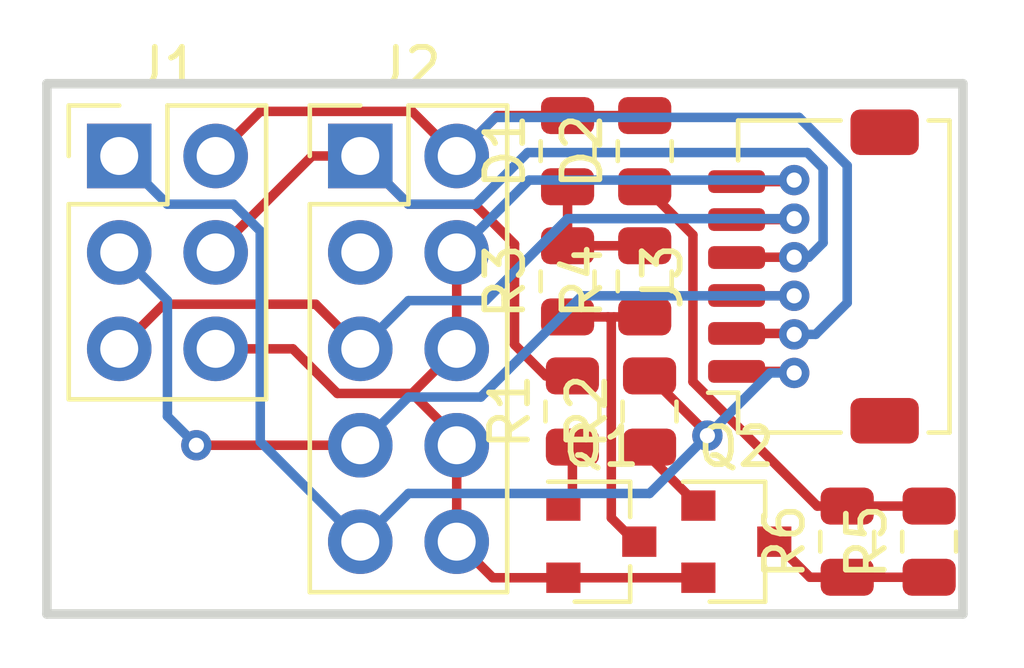
<source format=kicad_pcb>
(kicad_pcb (version 20171130) (host pcbnew 5.1.6)

  (general
    (thickness 1.6)
    (drawings 4)
    (tracks 107)
    (zones 0)
    (modules 13)
    (nets 14)
  )

  (page A4)
  (layers
    (0 F.Cu signal)
    (31 B.Cu signal)
    (32 B.Adhes user)
    (33 F.Adhes user)
    (34 B.Paste user)
    (35 F.Paste user)
    (36 B.SilkS user)
    (37 F.SilkS user)
    (38 B.Mask user)
    (39 F.Mask user)
    (40 Dwgs.User user)
    (41 Cmts.User user)
    (42 Eco1.User user)
    (43 Eco2.User user)
    (44 Edge.Cuts user)
    (45 Margin user)
    (46 B.CrtYd user)
    (47 F.CrtYd user)
    (48 B.Fab user)
    (49 F.Fab user)
  )

  (setup
    (last_trace_width 0.25)
    (trace_clearance 0.2)
    (zone_clearance 0.508)
    (zone_45_only no)
    (trace_min 0.2)
    (via_size 0.8)
    (via_drill 0.4)
    (via_min_size 0.4)
    (via_min_drill 0.3)
    (uvia_size 0.3)
    (uvia_drill 0.1)
    (uvias_allowed no)
    (uvia_min_size 0.2)
    (uvia_min_drill 0.1)
    (edge_width 0.05)
    (segment_width 0.2)
    (pcb_text_width 0.3)
    (pcb_text_size 1.5 1.5)
    (mod_edge_width 0.12)
    (mod_text_size 1 1)
    (mod_text_width 0.15)
    (pad_size 1.524 1.524)
    (pad_drill 0.762)
    (pad_to_mask_clearance 0.05)
    (aux_axis_origin 0 0)
    (visible_elements FFFDFF1F)
    (pcbplotparams
      (layerselection 0x010fc_ffffffff)
      (usegerberextensions false)
      (usegerberattributes true)
      (usegerberadvancedattributes true)
      (creategerberjobfile true)
      (excludeedgelayer true)
      (linewidth 0.100000)
      (plotframeref false)
      (viasonmask false)
      (mode 1)
      (useauxorigin false)
      (hpglpennumber 1)
      (hpglpenspeed 20)
      (hpglpendiameter 15.000000)
      (psnegative false)
      (psa4output false)
      (plotreference true)
      (plotvalue true)
      (plotinvisibletext false)
      (padsonsilk false)
      (subtractmaskfromsilk false)
      (outputformat 1)
      (mirror false)
      (drillshape 1)
      (scaleselection 1)
      (outputdirectory ""))
  )

  (net 0 "")
  (net 1 "Net-(D1-Pad1)")
  (net 2 "Net-(D2-Pad1)")
  (net 3 "Net-(J1-Pad5)")
  (net 4 "Net-(J1-Pad4)")
  (net 5 "Net-(J1-Pad3)")
  (net 6 "Net-(J1-Pad1)")
  (net 7 "Net-(J2-Pad3)")
  (net 8 "Net-(Q1-Pad3)")
  (net 9 "Net-(Q1-Pad1)")
  (net 10 "Net-(Q2-Pad3)")
  (net 11 "Net-(Q2-Pad1)")
  (net 12 +5V)
  (net 13 Earth)

  (net_class Default "This is the default net class."
    (clearance 0.2)
    (trace_width 0.25)
    (via_dia 0.8)
    (via_drill 0.4)
    (uvia_dia 0.3)
    (uvia_drill 0.1)
    (add_net +5V)
    (add_net Earth)
    (add_net "Net-(D1-Pad1)")
    (add_net "Net-(D2-Pad1)")
    (add_net "Net-(J1-Pad1)")
    (add_net "Net-(J1-Pad3)")
    (add_net "Net-(J1-Pad4)")
    (add_net "Net-(J1-Pad5)")
    (add_net "Net-(J2-Pad3)")
    (add_net "Net-(Q1-Pad1)")
    (add_net "Net-(Q1-Pad3)")
    (add_net "Net-(Q2-Pad1)")
    (add_net "Net-(Q2-Pad3)")
  )

  (module Resistor_SMD:R_0805_2012Metric (layer F.Cu) (tedit 5B36C52B) (tstamp 5F3AEA4F)
    (at 33.147 24.13 90)
    (descr "Resistor SMD 0805 (2012 Metric), square (rectangular) end terminal, IPC_7351 nominal, (Body size source: https://docs.google.com/spreadsheets/d/1BsfQQcO9C6DZCsRaXUlFlo91Tg2WpOkGARC1WS5S8t0/edit?usp=sharing), generated with kicad-footprint-generator")
    (tags resistor)
    (path /5F452EE2)
    (attr smd)
    (fp_text reference R6 (at 0 -1.65 90) (layer F.SilkS)
      (effects (font (size 1 1) (thickness 0.15)))
    )
    (fp_text value 5.6k (at 0 1.65 90) (layer F.Fab)
      (effects (font (size 1 1) (thickness 0.15)))
    )
    (fp_line (start 1.68 0.95) (end -1.68 0.95) (layer F.CrtYd) (width 0.05))
    (fp_line (start 1.68 -0.95) (end 1.68 0.95) (layer F.CrtYd) (width 0.05))
    (fp_line (start -1.68 -0.95) (end 1.68 -0.95) (layer F.CrtYd) (width 0.05))
    (fp_line (start -1.68 0.95) (end -1.68 -0.95) (layer F.CrtYd) (width 0.05))
    (fp_line (start -0.258578 0.71) (end 0.258578 0.71) (layer F.SilkS) (width 0.12))
    (fp_line (start -0.258578 -0.71) (end 0.258578 -0.71) (layer F.SilkS) (width 0.12))
    (fp_line (start 1 0.6) (end -1 0.6) (layer F.Fab) (width 0.1))
    (fp_line (start 1 -0.6) (end 1 0.6) (layer F.Fab) (width 0.1))
    (fp_line (start -1 -0.6) (end 1 -0.6) (layer F.Fab) (width 0.1))
    (fp_line (start -1 0.6) (end -1 -0.6) (layer F.Fab) (width 0.1))
    (fp_text user %R (at 0 0 90) (layer F.Fab)
      (effects (font (size 0.5 0.5) (thickness 0.08)))
    )
    (pad 2 smd roundrect (at 0.9375 0 90) (size 0.975 1.4) (layers F.Cu F.Paste F.Mask) (roundrect_rratio 0.25)
      (net 2 "Net-(D2-Pad1)"))
    (pad 1 smd roundrect (at -0.9375 0 90) (size 0.975 1.4) (layers F.Cu F.Paste F.Mask) (roundrect_rratio 0.25)
      (net 10 "Net-(Q2-Pad3)"))
    (model ${KISYS3DMOD}/Resistor_SMD.3dshapes/R_0805_2012Metric.wrl
      (at (xyz 0 0 0))
      (scale (xyz 1 1 1))
      (rotate (xyz 0 0 0))
    )
  )

  (module Resistor_SMD:R_0805_2012Metric (layer F.Cu) (tedit 5B36C52B) (tstamp 5F3AFE58)
    (at 35.306 24.13 90)
    (descr "Resistor SMD 0805 (2012 Metric), square (rectangular) end terminal, IPC_7351 nominal, (Body size source: https://docs.google.com/spreadsheets/d/1BsfQQcO9C6DZCsRaXUlFlo91Tg2WpOkGARC1WS5S8t0/edit?usp=sharing), generated with kicad-footprint-generator")
    (tags resistor)
    (path /5F452AAC)
    (attr smd)
    (fp_text reference R5 (at 0 -1.65 90) (layer F.SilkS)
      (effects (font (size 1 1) (thickness 0.15)))
    )
    (fp_text value 5.6k (at 0 1.65 90) (layer F.Fab)
      (effects (font (size 1 1) (thickness 0.15)))
    )
    (fp_line (start 1.68 0.95) (end -1.68 0.95) (layer F.CrtYd) (width 0.05))
    (fp_line (start 1.68 -0.95) (end 1.68 0.95) (layer F.CrtYd) (width 0.05))
    (fp_line (start -1.68 -0.95) (end 1.68 -0.95) (layer F.CrtYd) (width 0.05))
    (fp_line (start -1.68 0.95) (end -1.68 -0.95) (layer F.CrtYd) (width 0.05))
    (fp_line (start -0.258578 0.71) (end 0.258578 0.71) (layer F.SilkS) (width 0.12))
    (fp_line (start -0.258578 -0.71) (end 0.258578 -0.71) (layer F.SilkS) (width 0.12))
    (fp_line (start 1 0.6) (end -1 0.6) (layer F.Fab) (width 0.1))
    (fp_line (start 1 -0.6) (end 1 0.6) (layer F.Fab) (width 0.1))
    (fp_line (start -1 -0.6) (end 1 -0.6) (layer F.Fab) (width 0.1))
    (fp_line (start -1 0.6) (end -1 -0.6) (layer F.Fab) (width 0.1))
    (fp_text user %R (at 0 0 90) (layer F.Fab)
      (effects (font (size 0.5 0.5) (thickness 0.08)))
    )
    (pad 2 smd roundrect (at 0.9375 0 90) (size 0.975 1.4) (layers F.Cu F.Paste F.Mask) (roundrect_rratio 0.25)
      (net 2 "Net-(D2-Pad1)"))
    (pad 1 smd roundrect (at -0.9375 0 90) (size 0.975 1.4) (layers F.Cu F.Paste F.Mask) (roundrect_rratio 0.25)
      (net 10 "Net-(Q2-Pad3)"))
    (model ${KISYS3DMOD}/Resistor_SMD.3dshapes/R_0805_2012Metric.wrl
      (at (xyz 0 0 0))
      (scale (xyz 1 1 1))
      (rotate (xyz 0 0 0))
    )
  )

  (module Resistor_SMD:R_0805_2012Metric (layer F.Cu) (tedit 5B36C52B) (tstamp 5F3AEA2D)
    (at 27.813 17.272 90)
    (descr "Resistor SMD 0805 (2012 Metric), square (rectangular) end terminal, IPC_7351 nominal, (Body size source: https://docs.google.com/spreadsheets/d/1BsfQQcO9C6DZCsRaXUlFlo91Tg2WpOkGARC1WS5S8t0/edit?usp=sharing), generated with kicad-footprint-generator")
    (tags resistor)
    (path /5F44BE37)
    (attr smd)
    (fp_text reference R4 (at 0 -1.65 90) (layer F.SilkS)
      (effects (font (size 1 1) (thickness 0.15)))
    )
    (fp_text value 5.6k (at 0 1.65 90) (layer F.Fab)
      (effects (font (size 1 1) (thickness 0.15)))
    )
    (fp_line (start 1.68 0.95) (end -1.68 0.95) (layer F.CrtYd) (width 0.05))
    (fp_line (start 1.68 -0.95) (end 1.68 0.95) (layer F.CrtYd) (width 0.05))
    (fp_line (start -1.68 -0.95) (end 1.68 -0.95) (layer F.CrtYd) (width 0.05))
    (fp_line (start -1.68 0.95) (end -1.68 -0.95) (layer F.CrtYd) (width 0.05))
    (fp_line (start -0.258578 0.71) (end 0.258578 0.71) (layer F.SilkS) (width 0.12))
    (fp_line (start -0.258578 -0.71) (end 0.258578 -0.71) (layer F.SilkS) (width 0.12))
    (fp_line (start 1 0.6) (end -1 0.6) (layer F.Fab) (width 0.1))
    (fp_line (start 1 -0.6) (end 1 0.6) (layer F.Fab) (width 0.1))
    (fp_line (start -1 -0.6) (end 1 -0.6) (layer F.Fab) (width 0.1))
    (fp_line (start -1 0.6) (end -1 -0.6) (layer F.Fab) (width 0.1))
    (fp_text user %R (at 0 0 90) (layer F.Fab)
      (effects (font (size 0.5 0.5) (thickness 0.08)))
    )
    (pad 2 smd roundrect (at 0.9375 0 90) (size 0.975 1.4) (layers F.Cu F.Paste F.Mask) (roundrect_rratio 0.25)
      (net 1 "Net-(D1-Pad1)"))
    (pad 1 smd roundrect (at -0.9375 0 90) (size 0.975 1.4) (layers F.Cu F.Paste F.Mask) (roundrect_rratio 0.25)
      (net 8 "Net-(Q1-Pad3)"))
    (model ${KISYS3DMOD}/Resistor_SMD.3dshapes/R_0805_2012Metric.wrl
      (at (xyz 0 0 0))
      (scale (xyz 1 1 1))
      (rotate (xyz 0 0 0))
    )
  )

  (module Resistor_SMD:R_0805_2012Metric (layer F.Cu) (tedit 5B36C52B) (tstamp 5F3AEA1C)
    (at 25.781 17.272 90)
    (descr "Resistor SMD 0805 (2012 Metric), square (rectangular) end terminal, IPC_7351 nominal, (Body size source: https://docs.google.com/spreadsheets/d/1BsfQQcO9C6DZCsRaXUlFlo91Tg2WpOkGARC1WS5S8t0/edit?usp=sharing), generated with kicad-footprint-generator")
    (tags resistor)
    (path /5F452580)
    (attr smd)
    (fp_text reference R3 (at 0 -1.65 90) (layer F.SilkS)
      (effects (font (size 1 1) (thickness 0.15)))
    )
    (fp_text value 5.6k (at 0 1.65 90) (layer F.Fab)
      (effects (font (size 1 1) (thickness 0.15)))
    )
    (fp_line (start 1.68 0.95) (end -1.68 0.95) (layer F.CrtYd) (width 0.05))
    (fp_line (start 1.68 -0.95) (end 1.68 0.95) (layer F.CrtYd) (width 0.05))
    (fp_line (start -1.68 -0.95) (end 1.68 -0.95) (layer F.CrtYd) (width 0.05))
    (fp_line (start -1.68 0.95) (end -1.68 -0.95) (layer F.CrtYd) (width 0.05))
    (fp_line (start -0.258578 0.71) (end 0.258578 0.71) (layer F.SilkS) (width 0.12))
    (fp_line (start -0.258578 -0.71) (end 0.258578 -0.71) (layer F.SilkS) (width 0.12))
    (fp_line (start 1 0.6) (end -1 0.6) (layer F.Fab) (width 0.1))
    (fp_line (start 1 -0.6) (end 1 0.6) (layer F.Fab) (width 0.1))
    (fp_line (start -1 -0.6) (end 1 -0.6) (layer F.Fab) (width 0.1))
    (fp_line (start -1 0.6) (end -1 -0.6) (layer F.Fab) (width 0.1))
    (fp_text user %R (at 0 0 90) (layer F.Fab)
      (effects (font (size 0.5 0.5) (thickness 0.08)))
    )
    (pad 2 smd roundrect (at 0.9375 0 90) (size 0.975 1.4) (layers F.Cu F.Paste F.Mask) (roundrect_rratio 0.25)
      (net 1 "Net-(D1-Pad1)"))
    (pad 1 smd roundrect (at -0.9375 0 90) (size 0.975 1.4) (layers F.Cu F.Paste F.Mask) (roundrect_rratio 0.25)
      (net 8 "Net-(Q1-Pad3)"))
    (model ${KISYS3DMOD}/Resistor_SMD.3dshapes/R_0805_2012Metric.wrl
      (at (xyz 0 0 0))
      (scale (xyz 1 1 1))
      (rotate (xyz 0 0 0))
    )
  )

  (module Resistor_SMD:R_0805_2012Metric (layer F.Cu) (tedit 5B36C52B) (tstamp 5F3AEA0B)
    (at 27.94 20.701 90)
    (descr "Resistor SMD 0805 (2012 Metric), square (rectangular) end terminal, IPC_7351 nominal, (Body size source: https://docs.google.com/spreadsheets/d/1BsfQQcO9C6DZCsRaXUlFlo91Tg2WpOkGARC1WS5S8t0/edit?usp=sharing), generated with kicad-footprint-generator")
    (tags resistor)
    (path /5F43F819)
    (attr smd)
    (fp_text reference R2 (at 0 -1.65 90) (layer F.SilkS)
      (effects (font (size 1 1) (thickness 0.15)))
    )
    (fp_text value 100k (at 0 1.65 90) (layer F.Fab)
      (effects (font (size 1 1) (thickness 0.15)))
    )
    (fp_line (start 1.68 0.95) (end -1.68 0.95) (layer F.CrtYd) (width 0.05))
    (fp_line (start 1.68 -0.95) (end 1.68 0.95) (layer F.CrtYd) (width 0.05))
    (fp_line (start -1.68 -0.95) (end 1.68 -0.95) (layer F.CrtYd) (width 0.05))
    (fp_line (start -1.68 0.95) (end -1.68 -0.95) (layer F.CrtYd) (width 0.05))
    (fp_line (start -0.258578 0.71) (end 0.258578 0.71) (layer F.SilkS) (width 0.12))
    (fp_line (start -0.258578 -0.71) (end 0.258578 -0.71) (layer F.SilkS) (width 0.12))
    (fp_line (start 1 0.6) (end -1 0.6) (layer F.Fab) (width 0.1))
    (fp_line (start 1 -0.6) (end 1 0.6) (layer F.Fab) (width 0.1))
    (fp_line (start -1 -0.6) (end 1 -0.6) (layer F.Fab) (width 0.1))
    (fp_line (start -1 0.6) (end -1 -0.6) (layer F.Fab) (width 0.1))
    (fp_text user %R (at 0 0 90) (layer F.Fab)
      (effects (font (size 0.5 0.5) (thickness 0.08)))
    )
    (pad 2 smd roundrect (at 0.9375 0 90) (size 0.975 1.4) (layers F.Cu F.Paste F.Mask) (roundrect_rratio 0.25)
      (net 6 "Net-(J1-Pad1)"))
    (pad 1 smd roundrect (at -0.9375 0 90) (size 0.975 1.4) (layers F.Cu F.Paste F.Mask) (roundrect_rratio 0.25)
      (net 11 "Net-(Q2-Pad1)"))
    (model ${KISYS3DMOD}/Resistor_SMD.3dshapes/R_0805_2012Metric.wrl
      (at (xyz 0 0 0))
      (scale (xyz 1 1 1))
      (rotate (xyz 0 0 0))
    )
  )

  (module Resistor_SMD:R_0805_2012Metric (layer F.Cu) (tedit 5B36C52B) (tstamp 5F3AFAE7)
    (at 25.908 20.701 90)
    (descr "Resistor SMD 0805 (2012 Metric), square (rectangular) end terminal, IPC_7351 nominal, (Body size source: https://docs.google.com/spreadsheets/d/1BsfQQcO9C6DZCsRaXUlFlo91Tg2WpOkGARC1WS5S8t0/edit?usp=sharing), generated with kicad-footprint-generator")
    (tags resistor)
    (path /5F43DC63)
    (attr smd)
    (fp_text reference R1 (at 0 -1.65 90) (layer F.SilkS)
      (effects (font (size 1 1) (thickness 0.15)))
    )
    (fp_text value 100k (at 0 1.65 90) (layer F.Fab)
      (effects (font (size 1 1) (thickness 0.15)))
    )
    (fp_line (start 1.68 0.95) (end -1.68 0.95) (layer F.CrtYd) (width 0.05))
    (fp_line (start 1.68 -0.95) (end 1.68 0.95) (layer F.CrtYd) (width 0.05))
    (fp_line (start -1.68 -0.95) (end 1.68 -0.95) (layer F.CrtYd) (width 0.05))
    (fp_line (start -1.68 0.95) (end -1.68 -0.95) (layer F.CrtYd) (width 0.05))
    (fp_line (start -0.258578 0.71) (end 0.258578 0.71) (layer F.SilkS) (width 0.12))
    (fp_line (start -0.258578 -0.71) (end 0.258578 -0.71) (layer F.SilkS) (width 0.12))
    (fp_line (start 1 0.6) (end -1 0.6) (layer F.Fab) (width 0.1))
    (fp_line (start 1 -0.6) (end 1 0.6) (layer F.Fab) (width 0.1))
    (fp_line (start -1 -0.6) (end 1 -0.6) (layer F.Fab) (width 0.1))
    (fp_line (start -1 0.6) (end -1 -0.6) (layer F.Fab) (width 0.1))
    (fp_text user %R (at 0 0 90) (layer F.Fab)
      (effects (font (size 0.5 0.5) (thickness 0.08)))
    )
    (pad 2 smd roundrect (at 0.9375 0 90) (size 0.975 1.4) (layers F.Cu F.Paste F.Mask) (roundrect_rratio 0.25)
      (net 4 "Net-(J1-Pad4)"))
    (pad 1 smd roundrect (at -0.9375 0 90) (size 0.975 1.4) (layers F.Cu F.Paste F.Mask) (roundrect_rratio 0.25)
      (net 9 "Net-(Q1-Pad1)"))
    (model ${KISYS3DMOD}/Resistor_SMD.3dshapes/R_0805_2012Metric.wrl
      (at (xyz 0 0 0))
      (scale (xyz 1 1 1))
      (rotate (xyz 0 0 0))
    )
  )

  (module Package_TO_SOT_SMD:SOT-23 (layer F.Cu) (tedit 5A02FF57) (tstamp 5F3AFA3D)
    (at 30.226 24.13)
    (descr "SOT-23, Standard")
    (tags SOT-23)
    (path /5F43A928)
    (attr smd)
    (fp_text reference Q2 (at 0 -2.5) (layer F.SilkS)
      (effects (font (size 1 1) (thickness 0.15)))
    )
    (fp_text value BC850 (at 0 2.5) (layer F.Fab)
      (effects (font (size 1 1) (thickness 0.15)))
    )
    (fp_line (start 0.76 1.58) (end -0.7 1.58) (layer F.SilkS) (width 0.12))
    (fp_line (start 0.76 -1.58) (end -1.4 -1.58) (layer F.SilkS) (width 0.12))
    (fp_line (start -1.7 1.75) (end -1.7 -1.75) (layer F.CrtYd) (width 0.05))
    (fp_line (start 1.7 1.75) (end -1.7 1.75) (layer F.CrtYd) (width 0.05))
    (fp_line (start 1.7 -1.75) (end 1.7 1.75) (layer F.CrtYd) (width 0.05))
    (fp_line (start -1.7 -1.75) (end 1.7 -1.75) (layer F.CrtYd) (width 0.05))
    (fp_line (start 0.76 -1.58) (end 0.76 -0.65) (layer F.SilkS) (width 0.12))
    (fp_line (start 0.76 1.58) (end 0.76 0.65) (layer F.SilkS) (width 0.12))
    (fp_line (start -0.7 1.52) (end 0.7 1.52) (layer F.Fab) (width 0.1))
    (fp_line (start 0.7 -1.52) (end 0.7 1.52) (layer F.Fab) (width 0.1))
    (fp_line (start -0.7 -0.95) (end -0.15 -1.52) (layer F.Fab) (width 0.1))
    (fp_line (start -0.15 -1.52) (end 0.7 -1.52) (layer F.Fab) (width 0.1))
    (fp_line (start -0.7 -0.95) (end -0.7 1.5) (layer F.Fab) (width 0.1))
    (fp_text user %R (at 0 0 90) (layer F.Fab)
      (effects (font (size 0.5 0.5) (thickness 0.075)))
    )
    (pad 3 smd rect (at 1 0) (size 0.9 0.8) (layers F.Cu F.Paste F.Mask)
      (net 10 "Net-(Q2-Pad3)"))
    (pad 2 smd rect (at -1 0.95) (size 0.9 0.8) (layers F.Cu F.Paste F.Mask)
      (net 13 Earth))
    (pad 1 smd rect (at -1 -0.95) (size 0.9 0.8) (layers F.Cu F.Paste F.Mask)
      (net 11 "Net-(Q2-Pad1)"))
    (model ${KISYS3DMOD}/Package_TO_SOT_SMD.3dshapes/SOT-23.wrl
      (at (xyz 0 0 0))
      (scale (xyz 1 1 1))
      (rotate (xyz 0 0 0))
    )
  )

  (module Package_TO_SOT_SMD:SOT-23 (layer F.Cu) (tedit 5A02FF57) (tstamp 5F3AF8BD)
    (at 26.67 24.13)
    (descr "SOT-23, Standard")
    (tags SOT-23)
    (path /5F43C669)
    (attr smd)
    (fp_text reference Q1 (at 0 -2.5) (layer F.SilkS)
      (effects (font (size 1 1) (thickness 0.15)))
    )
    (fp_text value BC850 (at 0 2.5) (layer F.Fab)
      (effects (font (size 1 1) (thickness 0.15)))
    )
    (fp_line (start 0.76 1.58) (end -0.7 1.58) (layer F.SilkS) (width 0.12))
    (fp_line (start 0.76 -1.58) (end -1.4 -1.58) (layer F.SilkS) (width 0.12))
    (fp_line (start -1.7 1.75) (end -1.7 -1.75) (layer F.CrtYd) (width 0.05))
    (fp_line (start 1.7 1.75) (end -1.7 1.75) (layer F.CrtYd) (width 0.05))
    (fp_line (start 1.7 -1.75) (end 1.7 1.75) (layer F.CrtYd) (width 0.05))
    (fp_line (start -1.7 -1.75) (end 1.7 -1.75) (layer F.CrtYd) (width 0.05))
    (fp_line (start 0.76 -1.58) (end 0.76 -0.65) (layer F.SilkS) (width 0.12))
    (fp_line (start 0.76 1.58) (end 0.76 0.65) (layer F.SilkS) (width 0.12))
    (fp_line (start -0.7 1.52) (end 0.7 1.52) (layer F.Fab) (width 0.1))
    (fp_line (start 0.7 -1.52) (end 0.7 1.52) (layer F.Fab) (width 0.1))
    (fp_line (start -0.7 -0.95) (end -0.15 -1.52) (layer F.Fab) (width 0.1))
    (fp_line (start -0.15 -1.52) (end 0.7 -1.52) (layer F.Fab) (width 0.1))
    (fp_line (start -0.7 -0.95) (end -0.7 1.5) (layer F.Fab) (width 0.1))
    (fp_text user %R (at 0 0 90) (layer F.Fab)
      (effects (font (size 0.5 0.5) (thickness 0.075)))
    )
    (pad 3 smd rect (at 1 0) (size 0.9 0.8) (layers F.Cu F.Paste F.Mask)
      (net 8 "Net-(Q1-Pad3)"))
    (pad 2 smd rect (at -1 0.95) (size 0.9 0.8) (layers F.Cu F.Paste F.Mask)
      (net 13 Earth))
    (pad 1 smd rect (at -1 -0.95) (size 0.9 0.8) (layers F.Cu F.Paste F.Mask)
      (net 9 "Net-(Q1-Pad1)"))
    (model ${KISYS3DMOD}/Package_TO_SOT_SMD.3dshapes/SOT-23.wrl
      (at (xyz 0 0 0))
      (scale (xyz 1 1 1))
      (rotate (xyz 0 0 0))
    )
  )

  (module Connector_Molex:Molex_Pico-Clasp_202396-0607_1x06-1MP_P1.00mm_Horizontal (layer F.Cu) (tedit 5B78AD89) (tstamp 5F3AE9BF)
    (at 32.258 17.145 90)
    (descr "Molex Pico-Clasp series connector, 202396-0607 (http://www.molex.com/pdm_docs/sd/2023960207_sd.pdf), generated with kicad-footprint-generator")
    (tags "connector Molex Pico-Clasp top entry")
    (path /5F437CEB)
    (attr smd)
    (fp_text reference J3 (at 0 -3.98 90) (layer F.SilkS)
      (effects (font (size 1 1) (thickness 0.15)))
    )
    (fp_text value AVR-ISP-6 (at 0 4.67 90) (layer F.Fab)
      (effects (font (size 1 1) (thickness 0.15)))
    )
    (fp_line (start -2.5 -1.167893) (end -2 -1.875) (layer F.Fab) (width 0.1))
    (fp_line (start -3 -1.875) (end -2.5 -1.167893) (layer F.Fab) (width 0.1))
    (fp_line (start 4.9 -3.28) (end -4.9 -3.28) (layer F.CrtYd) (width 0.05))
    (fp_line (start 4.9 3.97) (end 4.9 -3.28) (layer F.CrtYd) (width 0.05))
    (fp_line (start -4.9 3.97) (end 4.9 3.97) (layer F.CrtYd) (width 0.05))
    (fp_line (start -4.9 -3.28) (end -4.9 3.97) (layer F.CrtYd) (width 0.05))
    (fp_line (start 4 -1.875) (end 4 3.475) (layer F.Fab) (width 0.1))
    (fp_line (start -4 -1.875) (end -4 3.475) (layer F.Fab) (width 0.1))
    (fp_line (start -4 3.475) (end 4 3.475) (layer F.Fab) (width 0.1))
    (fp_line (start 4.11 3.585) (end 4.11 3.035) (layer F.SilkS) (width 0.12))
    (fp_line (start -4.11 3.585) (end 4.11 3.585) (layer F.SilkS) (width 0.12))
    (fp_line (start -4.11 3.035) (end -4.11 3.585) (layer F.SilkS) (width 0.12))
    (fp_line (start 4.11 -1.985) (end 3.06 -1.985) (layer F.SilkS) (width 0.12))
    (fp_line (start 4.11 0.715) (end 4.11 -1.985) (layer F.SilkS) (width 0.12))
    (fp_line (start -3.06 -1.985) (end -3.06 -2.775) (layer F.SilkS) (width 0.12))
    (fp_line (start -4.11 -1.985) (end -3.06 -1.985) (layer F.SilkS) (width 0.12))
    (fp_line (start -4.11 0.715) (end -4.11 -1.985) (layer F.SilkS) (width 0.12))
    (fp_line (start -4 -1.875) (end 4 -1.875) (layer F.Fab) (width 0.1))
    (fp_text user %R (at 0 2.77 90) (layer F.Fab)
      (effects (font (size 1 1) (thickness 0.15)))
    )
    (pad MP smd roundrect (at 3.8 1.875 90) (size 1.2 1.8) (layers F.Cu F.Paste F.Mask) (roundrect_rratio 0.208333))
    (pad MP smd roundrect (at -3.8 1.875 90) (size 1.2 1.8) (layers F.Cu F.Paste F.Mask) (roundrect_rratio 0.208333))
    (pad 6 smd roundrect (at 2.5 -2.025 90) (size 0.6 1.5) (layers F.Cu F.Paste F.Mask) (roundrect_rratio 0.25)
      (net 13 Earth))
    (pad 5 smd roundrect (at 1.5 -2.025 90) (size 0.6 1.5) (layers F.Cu F.Paste F.Mask) (roundrect_rratio 0.25)
      (net 3 "Net-(J1-Pad5)"))
    (pad 4 smd roundrect (at 0.5 -2.025 90) (size 0.6 1.5) (layers F.Cu F.Paste F.Mask) (roundrect_rratio 0.25)
      (net 4 "Net-(J1-Pad4)"))
    (pad 3 smd roundrect (at -0.5 -2.025 90) (size 0.6 1.5) (layers F.Cu F.Paste F.Mask) (roundrect_rratio 0.25)
      (net 5 "Net-(J1-Pad3)"))
    (pad 2 smd roundrect (at -1.5 -2.025 90) (size 0.6 1.5) (layers F.Cu F.Paste F.Mask) (roundrect_rratio 0.25)
      (net 12 +5V))
    (pad 1 smd roundrect (at -2.5 -2.025 90) (size 0.6 1.5) (layers F.Cu F.Paste F.Mask) (roundrect_rratio 0.25)
      (net 6 "Net-(J1-Pad1)"))
    (model ${KISYS3DMOD}/Connector_Molex.3dshapes/Molex_Pico-Clasp_202396-0607_1x06-1MP_P1.00mm_Horizontal.wrl
      (at (xyz 0 0 0))
      (scale (xyz 1 1 1))
      (rotate (xyz 0 0 0))
    )
  )

  (module Connector_PinHeader_2.54mm:PinHeader_2x05_P2.54mm_Vertical (layer F.Cu) (tedit 59FED5CC) (tstamp 5F3AE9A0)
    (at 20.32 13.97)
    (descr "Through hole straight pin header, 2x05, 2.54mm pitch, double rows")
    (tags "Through hole pin header THT 2x05 2.54mm double row")
    (path /5F435766)
    (fp_text reference J2 (at 1.27 -2.33) (layer F.SilkS)
      (effects (font (size 1 1) (thickness 0.15)))
    )
    (fp_text value AVR-ISP-10 (at 1.27 12.49) (layer F.Fab)
      (effects (font (size 1 1) (thickness 0.15)))
    )
    (fp_line (start 4.35 -1.8) (end -1.8 -1.8) (layer F.CrtYd) (width 0.05))
    (fp_line (start 4.35 11.95) (end 4.35 -1.8) (layer F.CrtYd) (width 0.05))
    (fp_line (start -1.8 11.95) (end 4.35 11.95) (layer F.CrtYd) (width 0.05))
    (fp_line (start -1.8 -1.8) (end -1.8 11.95) (layer F.CrtYd) (width 0.05))
    (fp_line (start -1.33 -1.33) (end 0 -1.33) (layer F.SilkS) (width 0.12))
    (fp_line (start -1.33 0) (end -1.33 -1.33) (layer F.SilkS) (width 0.12))
    (fp_line (start 1.27 -1.33) (end 3.87 -1.33) (layer F.SilkS) (width 0.12))
    (fp_line (start 1.27 1.27) (end 1.27 -1.33) (layer F.SilkS) (width 0.12))
    (fp_line (start -1.33 1.27) (end 1.27 1.27) (layer F.SilkS) (width 0.12))
    (fp_line (start 3.87 -1.33) (end 3.87 11.49) (layer F.SilkS) (width 0.12))
    (fp_line (start -1.33 1.27) (end -1.33 11.49) (layer F.SilkS) (width 0.12))
    (fp_line (start -1.33 11.49) (end 3.87 11.49) (layer F.SilkS) (width 0.12))
    (fp_line (start -1.27 0) (end 0 -1.27) (layer F.Fab) (width 0.1))
    (fp_line (start -1.27 11.43) (end -1.27 0) (layer F.Fab) (width 0.1))
    (fp_line (start 3.81 11.43) (end -1.27 11.43) (layer F.Fab) (width 0.1))
    (fp_line (start 3.81 -1.27) (end 3.81 11.43) (layer F.Fab) (width 0.1))
    (fp_line (start 0 -1.27) (end 3.81 -1.27) (layer F.Fab) (width 0.1))
    (fp_text user %R (at 1.27 5.08 90) (layer F.Fab)
      (effects (font (size 1 1) (thickness 0.15)))
    )
    (pad 10 thru_hole oval (at 2.54 10.16) (size 1.7 1.7) (drill 1) (layers *.Cu *.Mask)
      (net 13 Earth))
    (pad 9 thru_hole oval (at 0 10.16) (size 1.7 1.7) (drill 1) (layers *.Cu *.Mask)
      (net 6 "Net-(J1-Pad1)"))
    (pad 8 thru_hole oval (at 2.54 7.62) (size 1.7 1.7) (drill 1) (layers *.Cu *.Mask)
      (net 13 Earth))
    (pad 7 thru_hole oval (at 0 7.62) (size 1.7 1.7) (drill 1) (layers *.Cu *.Mask)
      (net 5 "Net-(J1-Pad3)"))
    (pad 6 thru_hole oval (at 2.54 5.08) (size 1.7 1.7) (drill 1) (layers *.Cu *.Mask)
      (net 13 Earth))
    (pad 5 thru_hole oval (at 0 5.08) (size 1.7 1.7) (drill 1) (layers *.Cu *.Mask)
      (net 3 "Net-(J1-Pad5)"))
    (pad 4 thru_hole oval (at 2.54 2.54) (size 1.7 1.7) (drill 1) (layers *.Cu *.Mask)
      (net 13 Earth))
    (pad 3 thru_hole oval (at 0 2.54) (size 1.7 1.7) (drill 1) (layers *.Cu *.Mask)
      (net 7 "Net-(J2-Pad3)"))
    (pad 2 thru_hole oval (at 2.54 0) (size 1.7 1.7) (drill 1) (layers *.Cu *.Mask)
      (net 12 +5V))
    (pad 1 thru_hole rect (at 0 0) (size 1.7 1.7) (drill 1) (layers *.Cu *.Mask)
      (net 4 "Net-(J1-Pad4)"))
    (model ${KISYS3DMOD}/Connector_PinHeader_2.54mm.3dshapes/PinHeader_2x05_P2.54mm_Vertical.wrl
      (at (xyz 0 0 0))
      (scale (xyz 1 1 1))
      (rotate (xyz 0 0 0))
    )
  )

  (module Connector_PinHeader_2.54mm:PinHeader_2x03_P2.54mm_Vertical (layer F.Cu) (tedit 59FED5CC) (tstamp 5F3AE980)
    (at 13.97 13.97)
    (descr "Through hole straight pin header, 2x03, 2.54mm pitch, double rows")
    (tags "Through hole pin header THT 2x03 2.54mm double row")
    (path /5F434FC5)
    (fp_text reference J1 (at 1.27 -2.33) (layer F.SilkS)
      (effects (font (size 1 1) (thickness 0.15)))
    )
    (fp_text value AVR-ISP-6 (at 1.27 7.41) (layer F.Fab)
      (effects (font (size 1 1) (thickness 0.15)))
    )
    (fp_line (start 4.35 -1.8) (end -1.8 -1.8) (layer F.CrtYd) (width 0.05))
    (fp_line (start 4.35 6.85) (end 4.35 -1.8) (layer F.CrtYd) (width 0.05))
    (fp_line (start -1.8 6.85) (end 4.35 6.85) (layer F.CrtYd) (width 0.05))
    (fp_line (start -1.8 -1.8) (end -1.8 6.85) (layer F.CrtYd) (width 0.05))
    (fp_line (start -1.33 -1.33) (end 0 -1.33) (layer F.SilkS) (width 0.12))
    (fp_line (start -1.33 0) (end -1.33 -1.33) (layer F.SilkS) (width 0.12))
    (fp_line (start 1.27 -1.33) (end 3.87 -1.33) (layer F.SilkS) (width 0.12))
    (fp_line (start 1.27 1.27) (end 1.27 -1.33) (layer F.SilkS) (width 0.12))
    (fp_line (start -1.33 1.27) (end 1.27 1.27) (layer F.SilkS) (width 0.12))
    (fp_line (start 3.87 -1.33) (end 3.87 6.41) (layer F.SilkS) (width 0.12))
    (fp_line (start -1.33 1.27) (end -1.33 6.41) (layer F.SilkS) (width 0.12))
    (fp_line (start -1.33 6.41) (end 3.87 6.41) (layer F.SilkS) (width 0.12))
    (fp_line (start -1.27 0) (end 0 -1.27) (layer F.Fab) (width 0.1))
    (fp_line (start -1.27 6.35) (end -1.27 0) (layer F.Fab) (width 0.1))
    (fp_line (start 3.81 6.35) (end -1.27 6.35) (layer F.Fab) (width 0.1))
    (fp_line (start 3.81 -1.27) (end 3.81 6.35) (layer F.Fab) (width 0.1))
    (fp_line (start 0 -1.27) (end 3.81 -1.27) (layer F.Fab) (width 0.1))
    (fp_text user %R (at 1.27 2.54 90) (layer F.Fab)
      (effects (font (size 1 1) (thickness 0.15)))
    )
    (pad 6 thru_hole oval (at 2.54 5.08) (size 1.7 1.7) (drill 1) (layers *.Cu *.Mask)
      (net 13 Earth))
    (pad 5 thru_hole oval (at 0 5.08) (size 1.7 1.7) (drill 1) (layers *.Cu *.Mask)
      (net 3 "Net-(J1-Pad5)"))
    (pad 4 thru_hole oval (at 2.54 2.54) (size 1.7 1.7) (drill 1) (layers *.Cu *.Mask)
      (net 4 "Net-(J1-Pad4)"))
    (pad 3 thru_hole oval (at 0 2.54) (size 1.7 1.7) (drill 1) (layers *.Cu *.Mask)
      (net 5 "Net-(J1-Pad3)"))
    (pad 2 thru_hole oval (at 2.54 0) (size 1.7 1.7) (drill 1) (layers *.Cu *.Mask)
      (net 12 +5V))
    (pad 1 thru_hole rect (at 0 0) (size 1.7 1.7) (drill 1) (layers *.Cu *.Mask)
      (net 6 "Net-(J1-Pad1)"))
    (model ${KISYS3DMOD}/Connector_PinHeader_2.54mm.3dshapes/PinHeader_2x03_P2.54mm_Vertical.wrl
      (at (xyz 0 0 0))
      (scale (xyz 1 1 1))
      (rotate (xyz 0 0 0))
    )
  )

  (module Resistor_SMD:R_0805_2012Metric (layer F.Cu) (tedit 5B36C52B) (tstamp 5F3AE964)
    (at 27.813 13.843 90)
    (descr "Resistor SMD 0805 (2012 Metric), square (rectangular) end terminal, IPC_7351 nominal, (Body size source: https://docs.google.com/spreadsheets/d/1BsfQQcO9C6DZCsRaXUlFlo91Tg2WpOkGARC1WS5S8t0/edit?usp=sharing), generated with kicad-footprint-generator")
    (tags resistor)
    (path /5F44FCCB)
    (attr smd)
    (fp_text reference D2 (at 0 -1.65 90) (layer F.SilkS)
      (effects (font (size 1 1) (thickness 0.15)))
    )
    (fp_text value LED_Small (at 0 1.65 90) (layer F.Fab)
      (effects (font (size 1 1) (thickness 0.15)))
    )
    (fp_line (start 1.68 0.95) (end -1.68 0.95) (layer F.CrtYd) (width 0.05))
    (fp_line (start 1.68 -0.95) (end 1.68 0.95) (layer F.CrtYd) (width 0.05))
    (fp_line (start -1.68 -0.95) (end 1.68 -0.95) (layer F.CrtYd) (width 0.05))
    (fp_line (start -1.68 0.95) (end -1.68 -0.95) (layer F.CrtYd) (width 0.05))
    (fp_line (start -0.258578 0.71) (end 0.258578 0.71) (layer F.SilkS) (width 0.12))
    (fp_line (start -0.258578 -0.71) (end 0.258578 -0.71) (layer F.SilkS) (width 0.12))
    (fp_line (start 1 0.6) (end -1 0.6) (layer F.Fab) (width 0.1))
    (fp_line (start 1 -0.6) (end 1 0.6) (layer F.Fab) (width 0.1))
    (fp_line (start -1 -0.6) (end 1 -0.6) (layer F.Fab) (width 0.1))
    (fp_line (start -1 0.6) (end -1 -0.6) (layer F.Fab) (width 0.1))
    (fp_text user %R (at 0 0 90) (layer F.Fab)
      (effects (font (size 0.5 0.5) (thickness 0.08)))
    )
    (pad 2 smd roundrect (at 0.9375 0 90) (size 0.975 1.4) (layers F.Cu F.Paste F.Mask) (roundrect_rratio 0.25)
      (net 12 +5V))
    (pad 1 smd roundrect (at -0.9375 0 90) (size 0.975 1.4) (layers F.Cu F.Paste F.Mask) (roundrect_rratio 0.25)
      (net 2 "Net-(D2-Pad1)"))
    (model ${KISYS3DMOD}/Resistor_SMD.3dshapes/R_0805_2012Metric.wrl
      (at (xyz 0 0 0))
      (scale (xyz 1 1 1))
      (rotate (xyz 0 0 0))
    )
  )

  (module Resistor_SMD:R_0805_2012Metric (layer F.Cu) (tedit 5B36C52B) (tstamp 5F3AE953)
    (at 25.781 13.843 90)
    (descr "Resistor SMD 0805 (2012 Metric), square (rectangular) end terminal, IPC_7351 nominal, (Body size source: https://docs.google.com/spreadsheets/d/1BsfQQcO9C6DZCsRaXUlFlo91Tg2WpOkGARC1WS5S8t0/edit?usp=sharing), generated with kicad-footprint-generator")
    (tags resistor)
    (path /5F44E46C)
    (attr smd)
    (fp_text reference D1 (at 0 -1.65 90) (layer F.SilkS)
      (effects (font (size 1 1) (thickness 0.15)))
    )
    (fp_text value LED_Small (at 0 1.65 90) (layer F.Fab)
      (effects (font (size 1 1) (thickness 0.15)))
    )
    (fp_line (start 1.68 0.95) (end -1.68 0.95) (layer F.CrtYd) (width 0.05))
    (fp_line (start 1.68 -0.95) (end 1.68 0.95) (layer F.CrtYd) (width 0.05))
    (fp_line (start -1.68 -0.95) (end 1.68 -0.95) (layer F.CrtYd) (width 0.05))
    (fp_line (start -1.68 0.95) (end -1.68 -0.95) (layer F.CrtYd) (width 0.05))
    (fp_line (start -0.258578 0.71) (end 0.258578 0.71) (layer F.SilkS) (width 0.12))
    (fp_line (start -0.258578 -0.71) (end 0.258578 -0.71) (layer F.SilkS) (width 0.12))
    (fp_line (start 1 0.6) (end -1 0.6) (layer F.Fab) (width 0.1))
    (fp_line (start 1 -0.6) (end 1 0.6) (layer F.Fab) (width 0.1))
    (fp_line (start -1 -0.6) (end 1 -0.6) (layer F.Fab) (width 0.1))
    (fp_line (start -1 0.6) (end -1 -0.6) (layer F.Fab) (width 0.1))
    (fp_text user %R (at 0 0 90) (layer F.Fab)
      (effects (font (size 0.5 0.5) (thickness 0.08)))
    )
    (pad 2 smd roundrect (at 0.9375 0 90) (size 0.975 1.4) (layers F.Cu F.Paste F.Mask) (roundrect_rratio 0.25)
      (net 12 +5V))
    (pad 1 smd roundrect (at -0.9375 0 90) (size 0.975 1.4) (layers F.Cu F.Paste F.Mask) (roundrect_rratio 0.25)
      (net 1 "Net-(D1-Pad1)"))
    (model ${KISYS3DMOD}/Resistor_SMD.3dshapes/R_0805_2012Metric.wrl
      (at (xyz 0 0 0))
      (scale (xyz 1 1 1))
      (rotate (xyz 0 0 0))
    )
  )

  (gr_line (start 36.195 12.065) (end 12.065 12.065) (layer Edge.Cuts) (width 0.25) (tstamp 5F3AB805))
  (gr_line (start 36.195 26.035) (end 36.195 12.065) (layer Edge.Cuts) (width 0.25))
  (gr_line (start 12.065 26.035) (end 36.195 26.035) (layer Edge.Cuts) (width 0.25))
  (gr_line (start 12.065 12.065) (end 12.065 26.035) (layer Edge.Cuts) (width 0.25))

  (segment (start 25.781 14.7805) (end 25.781 16.3345) (width 0.25) (layer F.Cu) (net 1))
  (segment (start 25.781 16.3345) (end 27.813 16.3345) (width 0.25) (layer F.Cu) (net 1))
  (segment (start 33.147 23.1925) (end 35.306 23.1925) (width 0.25) (layer F.Cu) (net 2))
  (segment (start 27.813 14.7805) (end 29.083 16.0505) (width 0.25) (layer F.Cu) (net 2))
  (segment (start 32.358732 23.1925) (end 33.147 23.1925) (width 0.25) (layer F.Cu) (net 2))
  (segment (start 29.083 19.916768) (end 32.358732 23.1925) (width 0.25) (layer F.Cu) (net 2))
  (segment (start 29.083 16.0505) (end 29.083 19.916768) (width 0.25) (layer F.Cu) (net 2))
  (via (at 31.75 15.621) (size 0.8) (drill 0.4) (layers F.Cu B.Cu) (net 3) (tstamp 5F3B0940))
  (segment (start 19.144999 17.874999) (end 15.145001 17.874999) (width 0.25) (layer F.Cu) (net 3))
  (segment (start 15.145001 17.874999) (end 13.97 19.05) (width 0.25) (layer F.Cu) (net 3))
  (segment (start 20.32 19.05) (end 19.144999 17.874999) (width 0.25) (layer F.Cu) (net 3))
  (segment (start 31.726 15.645) (end 31.75 15.621) (width 0.25) (layer F.Cu) (net 3))
  (segment (start 30.233 15.645) (end 31.726 15.645) (width 0.25) (layer F.Cu) (net 3))
  (segment (start 31.75 15.621) (end 25.781 15.621) (width 0.25) (layer B.Cu) (net 3))
  (segment (start 25.781 15.621) (end 23.622 17.78) (width 0.25) (layer B.Cu) (net 3))
  (segment (start 21.59 17.78) (end 20.32 19.05) (width 0.25) (layer B.Cu) (net 3))
  (segment (start 23.622 17.78) (end 21.59 17.78) (width 0.25) (layer B.Cu) (net 3))
  (via (at 31.75 16.637) (size 0.8) (drill 0.4) (layers F.Cu B.Cu) (net 4) (tstamp 5F3B0940))
  (segment (start 19.05 13.97) (end 16.51 16.51) (width 0.25) (layer F.Cu) (net 4))
  (segment (start 20.32 13.97) (end 19.05 13.97) (width 0.25) (layer F.Cu) (net 4))
  (segment (start 25.208 19.7635) (end 24.384 18.9395) (width 0.25) (layer F.Cu) (net 4))
  (segment (start 25.908 19.7635) (end 25.208 19.7635) (width 0.25) (layer F.Cu) (net 4))
  (segment (start 24.384 16.294998) (end 23.329002 15.24) (width 0.25) (layer F.Cu) (net 4))
  (segment (start 24.384 18.9395) (end 24.384 16.294998) (width 0.25) (layer F.Cu) (net 4))
  (segment (start 21.59 15.24) (end 20.32 13.97) (width 0.25) (layer F.Cu) (net 4))
  (segment (start 23.329002 15.24) (end 21.59 15.24) (width 0.25) (layer F.Cu) (net 4))
  (segment (start 30.241 16.637) (end 30.233 16.645) (width 0.25) (layer F.Cu) (net 4))
  (segment (start 31.75 16.637) (end 30.241 16.637) (width 0.25) (layer F.Cu) (net 4))
  (segment (start 23.368 15.24) (end 21.59 15.24) (width 0.25) (layer B.Cu) (net 4))
  (segment (start 32.131 16.637) (end 32.512 16.256) (width 0.25) (layer B.Cu) (net 4))
  (segment (start 21.59 15.24) (end 20.32 13.97) (width 0.25) (layer B.Cu) (net 4))
  (segment (start 31.75 16.637) (end 32.131 16.637) (width 0.25) (layer B.Cu) (net 4))
  (segment (start 32.512 16.256) (end 32.512 14.293998) (width 0.25) (layer B.Cu) (net 4))
  (segment (start 24.728001 13.879999) (end 23.368 15.24) (width 0.25) (layer B.Cu) (net 4))
  (segment (start 32.098001 13.879999) (end 24.728001 13.879999) (width 0.25) (layer B.Cu) (net 4))
  (segment (start 32.512 14.293998) (end 32.098001 13.879999) (width 0.25) (layer B.Cu) (net 4))
  (via (at 31.75 17.653) (size 0.8) (drill 0.4) (layers F.Cu B.Cu) (net 5) (tstamp 5F3B0940))
  (segment (start 31.75 17.653) (end 26.162 17.653) (width 0.25) (layer B.Cu) (net 5))
  (segment (start 26.162 17.653) (end 23.495 20.32) (width 0.25) (layer B.Cu) (net 5))
  (segment (start 21.59 20.32) (end 20.32 21.59) (width 0.25) (layer B.Cu) (net 5))
  (segment (start 23.495 20.32) (end 21.59 20.32) (width 0.25) (layer B.Cu) (net 5))
  (segment (start 30.241 17.653) (end 30.233 17.645) (width 0.25) (layer F.Cu) (net 5))
  (segment (start 31.75 17.653) (end 30.241 17.653) (width 0.25) (layer F.Cu) (net 5))
  (segment (start 13.97 16.51) (end 15.24 17.78) (width 0.25) (layer B.Cu) (net 5))
  (segment (start 15.24 17.78) (end 15.24 20.828) (width 0.25) (layer B.Cu) (net 5))
  (segment (start 15.24 20.828) (end 16.002 21.59) (width 0.25) (layer B.Cu) (net 5))
  (segment (start 16.002 21.59) (end 16.002 21.59) (width 0.25) (layer B.Cu) (net 5) (tstamp 5F3B0EC7))
  (via (at 16.002 21.59) (size 0.8) (drill 0.4) (layers F.Cu B.Cu) (net 5))
  (segment (start 16.002 21.59) (end 20.32 21.59) (width 0.25) (layer F.Cu) (net 5))
  (via (at 29.464 21.336) (size 0.8) (drill 0.4) (layers F.Cu B.Cu) (net 6))
  (via (at 31.75 19.685) (size 0.8) (drill 0.4) (layers F.Cu B.Cu) (net 6))
  (segment (start 31.71 19.645) (end 31.75 19.685) (width 0.25) (layer F.Cu) (net 6))
  (segment (start 30.233 19.645) (end 31.71 19.645) (width 0.25) (layer F.Cu) (net 6))
  (segment (start 29.464 21.2875) (end 27.94 19.7635) (width 0.25) (layer F.Cu) (net 6))
  (segment (start 29.464 21.336) (end 29.464 21.2875) (width 0.25) (layer F.Cu) (net 6))
  (segment (start 31.115 19.685) (end 29.464 21.336) (width 0.25) (layer B.Cu) (net 6))
  (segment (start 31.75 19.685) (end 31.115 19.685) (width 0.25) (layer B.Cu) (net 6))
  (segment (start 20.32 24.13) (end 21.59 22.86) (width 0.25) (layer B.Cu) (net 6))
  (segment (start 27.94 22.86) (end 29.464 21.336) (width 0.25) (layer B.Cu) (net 6))
  (segment (start 21.59 22.86) (end 27.94 22.86) (width 0.25) (layer B.Cu) (net 6))
  (segment (start 13.97 13.97) (end 15.24 15.24) (width 0.25) (layer B.Cu) (net 6))
  (segment (start 16.979002 15.24) (end 17.685001 15.945999) (width 0.25) (layer B.Cu) (net 6))
  (segment (start 15.24 15.24) (end 16.979002 15.24) (width 0.25) (layer B.Cu) (net 6))
  (segment (start 17.685001 21.495001) (end 20.32 24.13) (width 0.25) (layer B.Cu) (net 6))
  (segment (start 17.685001 15.945999) (end 17.685001 21.495001) (width 0.25) (layer B.Cu) (net 6))
  (segment (start 27.813 18.2095) (end 27.0025 18.2095) (width 0.25) (layer F.Cu) (net 8))
  (segment (start 27.67 24.13) (end 27.559 24.13) (width 0.25) (layer F.Cu) (net 8))
  (segment (start 26.93301 18.29701) (end 26.8455 18.2095) (width 0.25) (layer F.Cu) (net 8))
  (segment (start 27.559 24.13) (end 26.93301 23.50401) (width 0.25) (layer F.Cu) (net 8))
  (segment (start 26.93301 23.50401) (end 26.93301 18.29701) (width 0.25) (layer F.Cu) (net 8))
  (segment (start 27.0025 18.2095) (end 26.8455 18.2095) (width 0.25) (layer F.Cu) (net 8))
  (segment (start 26.8455 18.2095) (end 25.781 18.2095) (width 0.25) (layer F.Cu) (net 8))
  (segment (start 25.908 22.942) (end 25.67 23.18) (width 0.25) (layer F.Cu) (net 9))
  (segment (start 25.908 21.6385) (end 25.908 22.942) (width 0.25) (layer F.Cu) (net 9))
  (segment (start 32.1635 25.0675) (end 31.226 24.13) (width 0.25) (layer F.Cu) (net 10))
  (segment (start 35.306 25.0675) (end 32.1635 25.0675) (width 0.25) (layer F.Cu) (net 10))
  (segment (start 27.94 21.894) (end 29.226 23.18) (width 0.25) (layer F.Cu) (net 11))
  (segment (start 27.94 21.6385) (end 27.94 21.894) (width 0.25) (layer F.Cu) (net 11))
  (via (at 31.75 18.669) (size 0.8) (drill 0.4) (layers F.Cu B.Cu) (net 12))
  (segment (start 23.9245 12.9055) (end 22.86 13.97) (width 0.25) (layer F.Cu) (net 12))
  (segment (start 27.813 12.9055) (end 23.9245 12.9055) (width 0.25) (layer F.Cu) (net 12))
  (segment (start 23.876 12.954) (end 22.86 13.97) (width 0.25) (layer B.Cu) (net 12))
  (segment (start 32.315685 18.669) (end 33.147 17.837685) (width 0.25) (layer B.Cu) (net 12))
  (segment (start 31.75 18.669) (end 32.315685 18.669) (width 0.25) (layer B.Cu) (net 12))
  (segment (start 33.147 17.837685) (end 33.147 14.224) (width 0.25) (layer B.Cu) (net 12))
  (segment (start 33.147 14.224) (end 31.877 12.954) (width 0.25) (layer B.Cu) (net 12))
  (segment (start 31.877 12.954) (end 23.876 12.954) (width 0.25) (layer B.Cu) (net 12))
  (segment (start 31.726 18.645) (end 31.75 18.669) (width 0.25) (layer F.Cu) (net 12))
  (segment (start 30.233 18.645) (end 31.726 18.645) (width 0.25) (layer F.Cu) (net 12))
  (segment (start 22.86 13.97) (end 21.684999 12.794999) (width 0.25) (layer F.Cu) (net 12) (status 1000000))
  (segment (start 17.685001 12.794999) (end 16.51 13.97) (width 0.25) (layer F.Cu) (net 12) (status 1000000))
  (segment (start 21.684999 12.794999) (end 17.685001 12.794999) (width 0.25) (layer F.Cu) (net 12) (status 1000000))
  (via (at 31.75 14.605) (size 0.8) (drill 0.4) (layers F.Cu B.Cu) (net 13) (tstamp 5F3B0940))
  (segment (start 21.684999 20.225001) (end 19.717001 20.225001) (width 0.25) (layer F.Cu) (net 13))
  (segment (start 22.86 19.05) (end 21.684999 20.225001) (width 0.25) (layer F.Cu) (net 13))
  (segment (start 18.542 19.05) (end 16.51 19.05) (width 0.25) (layer F.Cu) (net 13))
  (segment (start 19.717001 20.225001) (end 18.542 19.05) (width 0.25) (layer F.Cu) (net 13))
  (segment (start 23.81 25.08) (end 22.86 24.13) (width 0.25) (layer F.Cu) (net 13))
  (segment (start 25.67 25.08) (end 23.81 25.08) (width 0.25) (layer F.Cu) (net 13))
  (segment (start 29.226 25.08) (end 25.67 25.08) (width 0.25) (layer F.Cu) (net 13))
  (segment (start 22.86 21.400002) (end 21.684999 20.225001) (width 0.25) (layer F.Cu) (net 13))
  (segment (start 22.86 24.13) (end 22.86 21.400002) (width 0.25) (layer F.Cu) (net 13))
  (segment (start 22.86 19.05) (end 22.86 16.51) (width 0.25) (layer F.Cu) (net 13))
  (segment (start 24.765 14.605) (end 22.86 16.51) (width 0.25) (layer B.Cu) (net 13))
  (segment (start 31.75 14.605) (end 24.765 14.605) (width 0.25) (layer B.Cu) (net 13))
  (segment (start 31.71 14.645) (end 31.75 14.605) (width 0.25) (layer F.Cu) (net 13))
  (segment (start 30.233 14.645) (end 31.71 14.645) (width 0.25) (layer F.Cu) (net 13))

)

</source>
